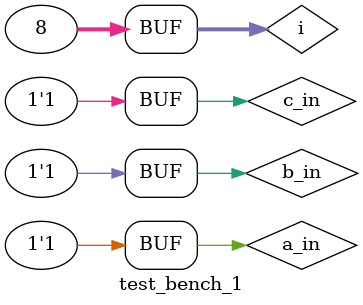
<source format=v>
`timescale 1ns/1ns
module test_bench_1();
   reg a_in,b_in,c_in;
	wire y_out;
	integer i;
	
	
	sillyfunction tut(a_in,b_in,c_in,y_out);
	//Another way: sillyfunction tut(.a(a_in),.b(b_in),.c(c_in),.y(y_out)); 
	
	
	
	initial begin 
	  $monitor("Printed by monitor command!, a=%d,b=%d,c=%d => y=%d", a_in,b_in,c_in,y_out);
     for(i=0;i<8;i=i+1)
	    begin 
		  {a_in,b_in,c_in}=i;
		  #10;
		 end    
	end
	
endmodule
	
</source>
